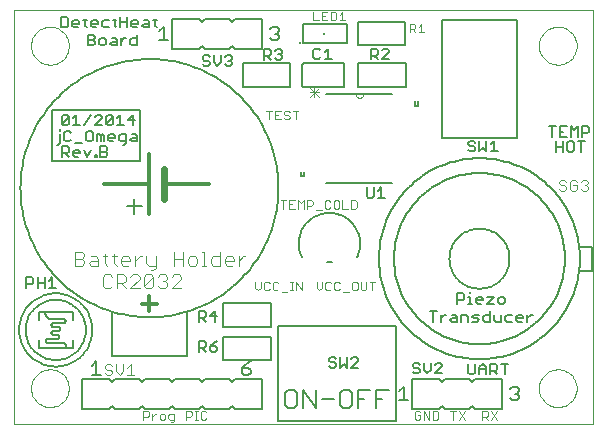
<source format=gto>
G75*
%MOIN*%
%OFA0B0*%
%FSLAX24Y24*%
%IPPOS*%
%LPD*%
%AMOC8*
5,1,8,0,0,1.08239X$1,22.5*
%
%ADD10C,0.0000*%
%ADD11C,0.0050*%
%ADD12C,0.0040*%
%ADD13C,0.0061*%
%ADD14C,0.0060*%
%ADD15C,0.0063*%
%ADD16C,0.0030*%
%ADD17C,0.0120*%
%ADD18C,0.0240*%
%ADD19R,0.0079X0.0079*%
%ADD20C,0.0080*%
D10*
X000100Y000550D02*
X000100Y014330D01*
X019391Y014330D01*
X019391Y000550D01*
X000100Y000550D01*
X000651Y001731D02*
X000653Y001781D01*
X000659Y001831D01*
X000669Y001880D01*
X000683Y001928D01*
X000700Y001975D01*
X000721Y002020D01*
X000746Y002064D01*
X000774Y002105D01*
X000806Y002144D01*
X000840Y002181D01*
X000877Y002215D01*
X000917Y002245D01*
X000959Y002272D01*
X001003Y002296D01*
X001049Y002317D01*
X001096Y002333D01*
X001144Y002346D01*
X001194Y002355D01*
X001243Y002360D01*
X001294Y002361D01*
X001344Y002358D01*
X001393Y002351D01*
X001442Y002340D01*
X001490Y002325D01*
X001536Y002307D01*
X001581Y002285D01*
X001624Y002259D01*
X001665Y002230D01*
X001704Y002198D01*
X001740Y002163D01*
X001772Y002125D01*
X001802Y002085D01*
X001829Y002042D01*
X001852Y001998D01*
X001871Y001952D01*
X001887Y001904D01*
X001899Y001855D01*
X001907Y001806D01*
X001911Y001756D01*
X001911Y001706D01*
X001907Y001656D01*
X001899Y001607D01*
X001887Y001558D01*
X001871Y001510D01*
X001852Y001464D01*
X001829Y001420D01*
X001802Y001377D01*
X001772Y001337D01*
X001740Y001299D01*
X001704Y001264D01*
X001665Y001232D01*
X001624Y001203D01*
X001581Y001177D01*
X001536Y001155D01*
X001490Y001137D01*
X001442Y001122D01*
X001393Y001111D01*
X001344Y001104D01*
X001294Y001101D01*
X001243Y001102D01*
X001194Y001107D01*
X001144Y001116D01*
X001096Y001129D01*
X001049Y001145D01*
X001003Y001166D01*
X000959Y001190D01*
X000917Y001217D01*
X000877Y001247D01*
X000840Y001281D01*
X000806Y001318D01*
X000774Y001357D01*
X000746Y001398D01*
X000721Y001442D01*
X000700Y001487D01*
X000683Y001534D01*
X000669Y001582D01*
X000659Y001631D01*
X000653Y001681D01*
X000651Y001731D01*
X011480Y011530D02*
X011482Y011509D01*
X011487Y011489D01*
X011496Y011470D01*
X011508Y011453D01*
X011523Y011438D01*
X011540Y011426D01*
X011559Y011417D01*
X011579Y011412D01*
X011600Y011410D01*
X011621Y011412D01*
X011641Y011417D01*
X011660Y011426D01*
X011677Y011438D01*
X011692Y011453D01*
X011704Y011470D01*
X011713Y011489D01*
X011718Y011509D01*
X011720Y011530D01*
X017580Y013148D02*
X017582Y013198D01*
X017588Y013248D01*
X017598Y013297D01*
X017612Y013345D01*
X017629Y013392D01*
X017650Y013437D01*
X017675Y013481D01*
X017703Y013522D01*
X017735Y013561D01*
X017769Y013598D01*
X017806Y013632D01*
X017846Y013662D01*
X017888Y013689D01*
X017932Y013713D01*
X017978Y013734D01*
X018025Y013750D01*
X018073Y013763D01*
X018123Y013772D01*
X018172Y013777D01*
X018223Y013778D01*
X018273Y013775D01*
X018322Y013768D01*
X018371Y013757D01*
X018419Y013742D01*
X018465Y013724D01*
X018510Y013702D01*
X018553Y013676D01*
X018594Y013647D01*
X018633Y013615D01*
X018669Y013580D01*
X018701Y013542D01*
X018731Y013502D01*
X018758Y013459D01*
X018781Y013415D01*
X018800Y013369D01*
X018816Y013321D01*
X018828Y013272D01*
X018836Y013223D01*
X018840Y013173D01*
X018840Y013123D01*
X018836Y013073D01*
X018828Y013024D01*
X018816Y012975D01*
X018800Y012927D01*
X018781Y012881D01*
X018758Y012837D01*
X018731Y012794D01*
X018701Y012754D01*
X018669Y012716D01*
X018633Y012681D01*
X018594Y012649D01*
X018553Y012620D01*
X018510Y012594D01*
X018465Y012572D01*
X018419Y012554D01*
X018371Y012539D01*
X018322Y012528D01*
X018273Y012521D01*
X018223Y012518D01*
X018172Y012519D01*
X018123Y012524D01*
X018073Y012533D01*
X018025Y012546D01*
X017978Y012562D01*
X017932Y012583D01*
X017888Y012607D01*
X017846Y012634D01*
X017806Y012664D01*
X017769Y012698D01*
X017735Y012735D01*
X017703Y012774D01*
X017675Y012815D01*
X017650Y012859D01*
X017629Y012904D01*
X017612Y012951D01*
X017598Y012999D01*
X017588Y013048D01*
X017582Y013098D01*
X017580Y013148D01*
X017580Y001731D02*
X017582Y001781D01*
X017588Y001831D01*
X017598Y001880D01*
X017612Y001928D01*
X017629Y001975D01*
X017650Y002020D01*
X017675Y002064D01*
X017703Y002105D01*
X017735Y002144D01*
X017769Y002181D01*
X017806Y002215D01*
X017846Y002245D01*
X017888Y002272D01*
X017932Y002296D01*
X017978Y002317D01*
X018025Y002333D01*
X018073Y002346D01*
X018123Y002355D01*
X018172Y002360D01*
X018223Y002361D01*
X018273Y002358D01*
X018322Y002351D01*
X018371Y002340D01*
X018419Y002325D01*
X018465Y002307D01*
X018510Y002285D01*
X018553Y002259D01*
X018594Y002230D01*
X018633Y002198D01*
X018669Y002163D01*
X018701Y002125D01*
X018731Y002085D01*
X018758Y002042D01*
X018781Y001998D01*
X018800Y001952D01*
X018816Y001904D01*
X018828Y001855D01*
X018836Y001806D01*
X018840Y001756D01*
X018840Y001706D01*
X018836Y001656D01*
X018828Y001607D01*
X018816Y001558D01*
X018800Y001510D01*
X018781Y001464D01*
X018758Y001420D01*
X018731Y001377D01*
X018701Y001337D01*
X018669Y001299D01*
X018633Y001264D01*
X018594Y001232D01*
X018553Y001203D01*
X018510Y001177D01*
X018465Y001155D01*
X018419Y001137D01*
X018371Y001122D01*
X018322Y001111D01*
X018273Y001104D01*
X018223Y001101D01*
X018172Y001102D01*
X018123Y001107D01*
X018073Y001116D01*
X018025Y001129D01*
X017978Y001145D01*
X017932Y001166D01*
X017888Y001190D01*
X017846Y001217D01*
X017806Y001247D01*
X017769Y001281D01*
X017735Y001318D01*
X017703Y001357D01*
X017675Y001398D01*
X017650Y001442D01*
X017629Y001487D01*
X017612Y001534D01*
X017598Y001582D01*
X017588Y001631D01*
X017582Y001681D01*
X017580Y001731D01*
X000651Y013148D02*
X000653Y013198D01*
X000659Y013248D01*
X000669Y013297D01*
X000683Y013345D01*
X000700Y013392D01*
X000721Y013437D01*
X000746Y013481D01*
X000774Y013522D01*
X000806Y013561D01*
X000840Y013598D01*
X000877Y013632D01*
X000917Y013662D01*
X000959Y013689D01*
X001003Y013713D01*
X001049Y013734D01*
X001096Y013750D01*
X001144Y013763D01*
X001194Y013772D01*
X001243Y013777D01*
X001294Y013778D01*
X001344Y013775D01*
X001393Y013768D01*
X001442Y013757D01*
X001490Y013742D01*
X001536Y013724D01*
X001581Y013702D01*
X001624Y013676D01*
X001665Y013647D01*
X001704Y013615D01*
X001740Y013580D01*
X001772Y013542D01*
X001802Y013502D01*
X001829Y013459D01*
X001852Y013415D01*
X001871Y013369D01*
X001887Y013321D01*
X001899Y013272D01*
X001907Y013223D01*
X001911Y013173D01*
X001911Y013123D01*
X001907Y013073D01*
X001899Y013024D01*
X001887Y012975D01*
X001871Y012927D01*
X001852Y012881D01*
X001829Y012837D01*
X001802Y012794D01*
X001772Y012754D01*
X001740Y012716D01*
X001704Y012681D01*
X001665Y012649D01*
X001624Y012620D01*
X001581Y012594D01*
X001536Y012572D01*
X001490Y012554D01*
X001442Y012539D01*
X001393Y012528D01*
X001344Y012521D01*
X001294Y012518D01*
X001243Y012519D01*
X001194Y012524D01*
X001144Y012533D01*
X001096Y012546D01*
X001049Y012562D01*
X001003Y012583D01*
X000959Y012607D01*
X000917Y012634D01*
X000877Y012664D01*
X000840Y012698D01*
X000806Y012735D01*
X000774Y012774D01*
X000746Y012815D01*
X000721Y012859D01*
X000700Y012904D01*
X000683Y012951D01*
X000669Y012999D01*
X000659Y013048D01*
X000653Y013098D01*
X000651Y013148D01*
D11*
X001660Y013757D02*
X001835Y013757D01*
X001894Y013815D01*
X001894Y014049D01*
X001835Y014107D01*
X001660Y014107D01*
X001660Y013757D01*
X002028Y013815D02*
X002028Y013932D01*
X002087Y013990D01*
X002204Y013990D01*
X002262Y013932D01*
X002262Y013874D01*
X002028Y013874D01*
X002028Y013815D02*
X002087Y013757D01*
X002204Y013757D01*
X002455Y013815D02*
X002455Y014049D01*
X002397Y013990D02*
X002514Y013990D01*
X002642Y013932D02*
X002642Y013815D01*
X002701Y013757D01*
X002817Y013757D01*
X002876Y013874D02*
X002642Y013874D01*
X002642Y013932D02*
X002701Y013990D01*
X002817Y013990D01*
X002876Y013932D01*
X002876Y013874D01*
X003011Y013932D02*
X003011Y013815D01*
X003069Y013757D01*
X003244Y013757D01*
X003437Y013815D02*
X003437Y014049D01*
X003379Y013990D02*
X003496Y013990D01*
X003625Y013932D02*
X003858Y013932D01*
X003993Y013932D02*
X004051Y013990D01*
X004168Y013990D01*
X004226Y013932D01*
X004226Y013874D01*
X003993Y013874D01*
X003993Y013932D02*
X003993Y013815D01*
X004051Y013757D01*
X004168Y013757D01*
X004361Y013815D02*
X004420Y013874D01*
X004595Y013874D01*
X004595Y013932D02*
X004595Y013757D01*
X004420Y013757D01*
X004361Y013815D01*
X004420Y013990D02*
X004536Y013990D01*
X004595Y013932D01*
X004729Y013990D02*
X004846Y013990D01*
X004788Y014049D02*
X004788Y013815D01*
X004846Y013757D01*
X004925Y013625D02*
X005075Y013775D01*
X005075Y013325D01*
X004925Y013325D02*
X005225Y013325D01*
X004190Y013390D02*
X004015Y013390D01*
X003957Y013332D01*
X003957Y013215D01*
X004015Y013157D01*
X004190Y013157D01*
X004190Y013507D01*
X003825Y013390D02*
X003767Y013390D01*
X003650Y013274D01*
X003650Y013390D02*
X003650Y013157D01*
X003515Y013157D02*
X003340Y013157D01*
X003281Y013215D01*
X003340Y013274D01*
X003515Y013274D01*
X003515Y013332D02*
X003515Y013157D01*
X003515Y013332D02*
X003457Y013390D01*
X003340Y013390D01*
X003147Y013332D02*
X003088Y013390D01*
X002972Y013390D01*
X002913Y013332D01*
X002913Y013215D01*
X002972Y013157D01*
X003088Y013157D01*
X003147Y013215D01*
X003147Y013332D01*
X002778Y013274D02*
X002778Y013215D01*
X002720Y013157D01*
X002545Y013157D01*
X002545Y013507D01*
X002720Y013507D01*
X002778Y013449D01*
X002778Y013390D01*
X002720Y013332D01*
X002545Y013332D01*
X002720Y013332D02*
X002778Y013274D01*
X002514Y013757D02*
X002455Y013815D01*
X003011Y013932D02*
X003069Y013990D01*
X003244Y013990D01*
X003437Y013815D02*
X003496Y013757D01*
X003625Y013757D02*
X003625Y014107D01*
X003858Y014107D02*
X003858Y013757D01*
X006375Y012767D02*
X006375Y012709D01*
X006433Y012650D01*
X006550Y012650D01*
X006609Y012592D01*
X006609Y012533D01*
X006550Y012475D01*
X006433Y012475D01*
X006375Y012533D01*
X006375Y012767D02*
X006433Y012825D01*
X006550Y012825D01*
X006609Y012767D01*
X006743Y012825D02*
X006743Y012592D01*
X006860Y012475D01*
X006977Y012592D01*
X006977Y012825D01*
X007112Y012767D02*
X007170Y012825D01*
X007287Y012825D01*
X007345Y012767D01*
X007345Y012709D01*
X007287Y012650D01*
X007345Y012592D01*
X007345Y012533D01*
X007287Y012475D01*
X007170Y012475D01*
X007112Y012533D01*
X007228Y012650D02*
X007287Y012650D01*
X007701Y012557D02*
X007701Y011769D01*
X009276Y011769D01*
X009276Y012557D01*
X007701Y012557D01*
X008414Y012681D02*
X008414Y013032D01*
X008589Y013032D01*
X008647Y012973D01*
X008647Y012856D01*
X008589Y012798D01*
X008414Y012798D01*
X008531Y012798D02*
X008647Y012681D01*
X008782Y012740D02*
X008840Y012681D01*
X008957Y012681D01*
X009016Y012740D01*
X009016Y012798D01*
X008957Y012856D01*
X008899Y012856D01*
X008957Y012856D02*
X009016Y012915D01*
X009016Y012973D01*
X008957Y013032D01*
X008840Y013032D01*
X008782Y012973D01*
X008850Y013325D02*
X008700Y013325D01*
X008625Y013400D01*
X008775Y013550D02*
X008850Y013550D01*
X008925Y013475D01*
X008925Y013400D01*
X008850Y013325D01*
X008850Y013550D02*
X008925Y013625D01*
X008925Y013700D01*
X008850Y013775D01*
X008700Y013775D01*
X008625Y013700D01*
X009724Y013878D02*
X009724Y013222D01*
X011198Y013222D01*
X011198Y013878D01*
X009724Y013878D01*
X010125Y013050D02*
X010066Y012992D01*
X010066Y012758D01*
X010125Y012700D01*
X010241Y012700D01*
X010300Y012758D01*
X010435Y012700D02*
X010668Y012700D01*
X010551Y012700D02*
X010551Y013050D01*
X010435Y012934D01*
X010300Y012992D02*
X010241Y013050D01*
X010125Y013050D01*
X009761Y012569D02*
X011061Y012569D01*
X011061Y012568D02*
X011071Y012567D01*
X011081Y012563D01*
X011089Y012557D01*
X011095Y012549D01*
X011099Y012539D01*
X011100Y012529D01*
X011100Y011821D01*
X011099Y011811D01*
X011095Y011802D01*
X011089Y011793D01*
X011081Y011787D01*
X011071Y011783D01*
X011061Y011782D01*
X011061Y011781D02*
X009761Y011781D01*
X009746Y011783D01*
X009731Y011787D01*
X009717Y011794D01*
X009705Y011804D01*
X009695Y011816D01*
X009688Y011830D01*
X009684Y011845D01*
X009682Y011860D01*
X009683Y011860D02*
X009683Y012490D01*
X009682Y012490D02*
X009684Y012505D01*
X009688Y012520D01*
X009695Y012534D01*
X009705Y012546D01*
X009717Y012556D01*
X009731Y012563D01*
X009746Y012567D01*
X009761Y012569D01*
X011563Y012569D02*
X011563Y011781D01*
X013137Y011781D01*
X013137Y012569D01*
X011563Y012569D01*
X011975Y012700D02*
X011975Y013050D01*
X012150Y013050D01*
X012209Y012992D01*
X012209Y012875D01*
X012150Y012817D01*
X011975Y012817D01*
X012092Y012817D02*
X012209Y012700D01*
X012343Y012700D02*
X012577Y012934D01*
X012577Y012992D01*
X012518Y013050D01*
X012402Y013050D01*
X012343Y012992D01*
X012343Y012700D02*
X012577Y012700D01*
X013110Y013156D02*
X013110Y013944D01*
X011535Y013944D01*
X011535Y013156D01*
X013110Y013156D01*
X014340Y014019D02*
X014340Y010081D01*
X016860Y010081D01*
X016860Y014019D01*
X014340Y014019D01*
X017902Y010457D02*
X018135Y010457D01*
X018019Y010457D02*
X018019Y010107D01*
X018145Y009957D02*
X018145Y009607D01*
X018145Y009782D02*
X018379Y009782D01*
X018379Y009957D02*
X018379Y009607D01*
X018513Y009665D02*
X018572Y009607D01*
X018689Y009607D01*
X018747Y009665D01*
X018747Y009899D01*
X018689Y009957D01*
X018572Y009957D01*
X018513Y009899D01*
X018513Y009665D01*
X018882Y009957D02*
X019115Y009957D01*
X018998Y009957D02*
X018998Y009607D01*
X019007Y010107D02*
X019007Y010457D01*
X019182Y010457D01*
X019240Y010399D01*
X019240Y010282D01*
X019182Y010224D01*
X019007Y010224D01*
X018872Y010107D02*
X018872Y010457D01*
X018755Y010340D01*
X018638Y010457D01*
X018638Y010107D01*
X018504Y010107D02*
X018270Y010107D01*
X018270Y010457D01*
X018504Y010457D01*
X018387Y010282D02*
X018270Y010282D01*
X016202Y009627D02*
X015969Y009627D01*
X016085Y009627D02*
X016085Y009977D01*
X015969Y009860D01*
X015834Y009977D02*
X015834Y009627D01*
X015717Y009743D01*
X015600Y009627D01*
X015600Y009977D01*
X015466Y009919D02*
X015407Y009977D01*
X015290Y009977D01*
X015232Y009919D01*
X015232Y009860D01*
X015290Y009802D01*
X015407Y009802D01*
X015466Y009743D01*
X015466Y009685D01*
X015407Y009627D01*
X015290Y009627D01*
X015232Y009685D01*
X012437Y008085D02*
X012203Y008085D01*
X012320Y008085D02*
X012320Y008435D01*
X012203Y008319D01*
X012069Y008435D02*
X012069Y008143D01*
X012010Y008085D01*
X011893Y008085D01*
X011835Y008143D01*
X011835Y008435D01*
X014866Y004893D02*
X015041Y004893D01*
X015099Y004835D01*
X015099Y004718D01*
X015041Y004660D01*
X014866Y004660D01*
X014866Y004543D02*
X014866Y004893D01*
X015234Y004777D02*
X015292Y004777D01*
X015292Y004543D01*
X015234Y004543D02*
X015351Y004543D01*
X015479Y004601D02*
X015538Y004543D01*
X015655Y004543D01*
X015713Y004660D02*
X015479Y004660D01*
X015479Y004718D02*
X015538Y004777D01*
X015655Y004777D01*
X015713Y004718D01*
X015713Y004660D01*
X015848Y004777D02*
X016081Y004777D01*
X015848Y004543D01*
X016081Y004543D01*
X016216Y004601D02*
X016274Y004543D01*
X016391Y004543D01*
X016450Y004601D01*
X016450Y004718D01*
X016391Y004777D01*
X016274Y004777D01*
X016216Y004718D01*
X016216Y004601D01*
X015959Y004293D02*
X015959Y003943D01*
X015783Y003943D01*
X015725Y004001D01*
X015725Y004118D01*
X015783Y004177D01*
X015959Y004177D01*
X016093Y004177D02*
X016093Y004001D01*
X016152Y003943D01*
X016327Y003943D01*
X016327Y004177D01*
X016462Y004118D02*
X016462Y004001D01*
X016520Y003943D01*
X016695Y003943D01*
X016830Y004001D02*
X016830Y004118D01*
X016888Y004177D01*
X017005Y004177D01*
X017063Y004118D01*
X017063Y004060D01*
X016830Y004060D01*
X016830Y004001D02*
X016888Y003943D01*
X017005Y003943D01*
X017198Y003943D02*
X017198Y004177D01*
X017198Y004060D02*
X017315Y004177D01*
X017373Y004177D01*
X016695Y004177D02*
X016520Y004177D01*
X016462Y004118D01*
X015590Y004177D02*
X015415Y004177D01*
X015357Y004118D01*
X015415Y004060D01*
X015532Y004060D01*
X015590Y004001D01*
X015532Y003943D01*
X015357Y003943D01*
X015222Y003943D02*
X015222Y004118D01*
X015164Y004177D01*
X014988Y004177D01*
X014988Y003943D01*
X014854Y003943D02*
X014854Y004118D01*
X014795Y004177D01*
X014678Y004177D01*
X014678Y004060D02*
X014854Y004060D01*
X014854Y003943D02*
X014678Y003943D01*
X014620Y004001D01*
X014678Y004060D01*
X014488Y004177D02*
X014430Y004177D01*
X014313Y004060D01*
X014313Y003943D02*
X014313Y004177D01*
X014178Y004293D02*
X013945Y004293D01*
X014062Y004293D02*
X014062Y003943D01*
X015292Y004893D02*
X015292Y004952D01*
X015479Y004718D02*
X015479Y004601D01*
X015459Y002543D02*
X015459Y002251D01*
X015400Y002193D01*
X015283Y002193D01*
X015225Y002251D01*
X015225Y002543D01*
X015593Y002427D02*
X015593Y002193D01*
X015593Y002368D02*
X015827Y002368D01*
X015827Y002427D02*
X015827Y002193D01*
X015962Y002193D02*
X015962Y002543D01*
X016137Y002543D01*
X016195Y002485D01*
X016195Y002368D01*
X016137Y002310D01*
X015962Y002310D01*
X016078Y002310D02*
X016195Y002193D01*
X016447Y002193D02*
X016447Y002543D01*
X016563Y002543D02*
X016330Y002543D01*
X015827Y002427D02*
X015710Y002543D01*
X015593Y002427D01*
X016625Y001700D02*
X016700Y001775D01*
X016850Y001775D01*
X016925Y001700D01*
X016925Y001625D01*
X016850Y001550D01*
X016925Y001475D01*
X016925Y001400D01*
X016850Y001325D01*
X016700Y001325D01*
X016625Y001400D01*
X016775Y001550D02*
X016850Y001550D01*
X014345Y002225D02*
X014112Y002225D01*
X014345Y002459D01*
X014345Y002517D01*
X014287Y002575D01*
X014170Y002575D01*
X014112Y002517D01*
X013977Y002575D02*
X013977Y002342D01*
X013860Y002225D01*
X013743Y002342D01*
X013743Y002575D01*
X013609Y002517D02*
X013550Y002575D01*
X013433Y002575D01*
X013375Y002517D01*
X013375Y002459D01*
X013433Y002400D01*
X013550Y002400D01*
X013609Y002342D01*
X013609Y002283D01*
X013550Y002225D01*
X013433Y002225D01*
X013375Y002283D01*
X013075Y001775D02*
X013075Y001325D01*
X012925Y001325D02*
X013225Y001325D01*
X012925Y001625D02*
X013075Y001775D01*
X012571Y001686D02*
X012164Y001686D01*
X012164Y001075D01*
X012164Y001380D02*
X012367Y001380D01*
X011963Y001686D02*
X011556Y001686D01*
X011556Y001075D01*
X011355Y001177D02*
X011355Y001584D01*
X011253Y001686D01*
X011050Y001686D01*
X010948Y001584D01*
X010948Y001177D01*
X011050Y001075D01*
X011253Y001075D01*
X011355Y001177D01*
X011556Y001380D02*
X011759Y001380D01*
X010747Y001380D02*
X010340Y001380D01*
X010140Y001075D02*
X010140Y001686D01*
X009733Y001686D02*
X010140Y001075D01*
X009733Y001075D02*
X009733Y001686D01*
X009532Y001584D02*
X009430Y001686D01*
X009227Y001686D01*
X009125Y001584D01*
X009125Y001177D01*
X009227Y001075D01*
X009430Y001075D01*
X009532Y001177D01*
X009532Y001584D01*
X008881Y000623D02*
X008881Y003792D01*
X012819Y003792D01*
X012819Y000623D01*
X008881Y000623D01*
X007900Y002175D02*
X007750Y002175D01*
X007675Y002250D01*
X007675Y002400D01*
X007900Y002400D01*
X007975Y002325D01*
X007975Y002250D01*
X007900Y002175D01*
X007675Y002400D02*
X007825Y002550D01*
X007975Y002625D01*
X008637Y002656D02*
X008637Y003444D01*
X007063Y003444D01*
X007063Y002656D01*
X008637Y002656D01*
X008637Y003781D02*
X007063Y003781D01*
X007063Y004569D01*
X008637Y004569D01*
X008637Y003781D01*
X006852Y004125D02*
X006618Y004125D01*
X006793Y004300D01*
X006793Y003950D01*
X006484Y003950D02*
X006367Y004067D01*
X006425Y004067D02*
X006250Y004067D01*
X006250Y003950D02*
X006250Y004300D01*
X006425Y004300D01*
X006484Y004242D01*
X006484Y004125D01*
X006425Y004067D01*
X005850Y004300D02*
X005850Y002800D01*
X003350Y002800D01*
X003350Y004300D01*
X002825Y002625D02*
X002825Y002175D01*
X002675Y002175D02*
X002975Y002175D01*
X002675Y002475D02*
X002825Y002625D01*
X001470Y005075D02*
X001237Y005075D01*
X001353Y005075D02*
X001353Y005425D01*
X001237Y005309D01*
X001102Y005250D02*
X000868Y005250D01*
X000734Y005250D02*
X000734Y005367D01*
X000675Y005425D01*
X000500Y005425D01*
X000500Y005075D01*
X000500Y005192D02*
X000675Y005192D01*
X000734Y005250D01*
X000868Y005075D02*
X000868Y005425D01*
X001102Y005425D02*
X001102Y005075D01*
X003850Y007800D02*
X004350Y007800D01*
X004100Y008050D02*
X004100Y007550D01*
X000300Y008400D02*
X000302Y008531D01*
X000308Y008661D01*
X000318Y008791D01*
X000332Y008921D01*
X000349Y009050D01*
X000371Y009179D01*
X000397Y009307D01*
X000426Y009434D01*
X000459Y009560D01*
X000497Y009685D01*
X000537Y009809D01*
X000582Y009932D01*
X000630Y010053D01*
X000682Y010173D01*
X000738Y010291D01*
X000797Y010407D01*
X000860Y010522D01*
X000926Y010634D01*
X000995Y010745D01*
X001068Y010853D01*
X001144Y010959D01*
X001224Y011063D01*
X001306Y011164D01*
X001391Y011263D01*
X001480Y011359D01*
X001571Y011452D01*
X001665Y011543D01*
X001762Y011630D01*
X001861Y011715D01*
X001963Y011796D01*
X002067Y011875D01*
X002174Y011950D01*
X002283Y012022D01*
X002394Y012091D01*
X002507Y012156D01*
X002622Y012218D01*
X002739Y012276D01*
X002857Y012331D01*
X002977Y012382D01*
X003099Y012429D01*
X003222Y012473D01*
X003346Y012513D01*
X003471Y012549D01*
X003598Y012582D01*
X003725Y012610D01*
X003853Y012635D01*
X003982Y012655D01*
X004112Y012672D01*
X004241Y012685D01*
X004372Y012694D01*
X004502Y012699D01*
X004633Y012700D01*
X004763Y012697D01*
X004893Y012690D01*
X005024Y012679D01*
X005153Y012664D01*
X005282Y012646D01*
X005411Y012623D01*
X005539Y012596D01*
X005666Y012566D01*
X005792Y012532D01*
X005916Y012494D01*
X006040Y012452D01*
X006162Y012406D01*
X006283Y012357D01*
X006402Y012304D01*
X006520Y012247D01*
X006636Y012187D01*
X006750Y012124D01*
X006862Y012057D01*
X006972Y011987D01*
X007080Y011913D01*
X007185Y011836D01*
X007288Y011756D01*
X007389Y011673D01*
X007487Y011587D01*
X007582Y011498D01*
X007675Y011406D01*
X007765Y011311D01*
X007852Y011214D01*
X007936Y011114D01*
X008016Y011011D01*
X008094Y010906D01*
X008169Y010799D01*
X008240Y010690D01*
X008307Y010578D01*
X008372Y010465D01*
X008433Y010349D01*
X008490Y010232D01*
X008544Y010113D01*
X008594Y009993D01*
X008641Y009871D01*
X008683Y009747D01*
X008722Y009623D01*
X008758Y009497D01*
X008789Y009370D01*
X008817Y009243D01*
X008840Y009115D01*
X008860Y008986D01*
X008876Y008856D01*
X008888Y008726D01*
X008896Y008596D01*
X008900Y008465D01*
X008900Y008335D01*
X008896Y008204D01*
X008888Y008074D01*
X008876Y007944D01*
X008860Y007814D01*
X008840Y007685D01*
X008817Y007557D01*
X008789Y007430D01*
X008758Y007303D01*
X008722Y007177D01*
X008683Y007053D01*
X008641Y006929D01*
X008594Y006807D01*
X008544Y006687D01*
X008490Y006568D01*
X008433Y006451D01*
X008372Y006335D01*
X008307Y006222D01*
X008240Y006110D01*
X008169Y006001D01*
X008094Y005894D01*
X008016Y005789D01*
X007936Y005686D01*
X007852Y005586D01*
X007765Y005489D01*
X007675Y005394D01*
X007582Y005302D01*
X007487Y005213D01*
X007389Y005127D01*
X007288Y005044D01*
X007185Y004964D01*
X007080Y004887D01*
X006972Y004813D01*
X006862Y004743D01*
X006750Y004676D01*
X006636Y004613D01*
X006520Y004553D01*
X006402Y004496D01*
X006283Y004443D01*
X006162Y004394D01*
X006040Y004348D01*
X005916Y004306D01*
X005792Y004268D01*
X005666Y004234D01*
X005539Y004204D01*
X005411Y004177D01*
X005282Y004154D01*
X005153Y004136D01*
X005024Y004121D01*
X004893Y004110D01*
X004763Y004103D01*
X004633Y004100D01*
X004502Y004101D01*
X004372Y004106D01*
X004241Y004115D01*
X004112Y004128D01*
X003982Y004145D01*
X003853Y004165D01*
X003725Y004190D01*
X003598Y004218D01*
X003471Y004251D01*
X003346Y004287D01*
X003222Y004327D01*
X003099Y004371D01*
X002977Y004418D01*
X002857Y004469D01*
X002739Y004524D01*
X002622Y004582D01*
X002507Y004644D01*
X002394Y004709D01*
X002283Y004778D01*
X002174Y004850D01*
X002067Y004925D01*
X001963Y005004D01*
X001861Y005085D01*
X001762Y005170D01*
X001665Y005257D01*
X001571Y005348D01*
X001480Y005441D01*
X001391Y005537D01*
X001306Y005636D01*
X001224Y005737D01*
X001144Y005841D01*
X001068Y005947D01*
X000995Y006055D01*
X000926Y006166D01*
X000860Y006278D01*
X000797Y006393D01*
X000738Y006509D01*
X000682Y006627D01*
X000630Y006747D01*
X000582Y006868D01*
X000537Y006991D01*
X000497Y007115D01*
X000459Y007240D01*
X000426Y007366D01*
X000397Y007493D01*
X000371Y007621D01*
X000349Y007750D01*
X000332Y007879D01*
X000318Y008009D01*
X000308Y008139D01*
X000302Y008269D01*
X000300Y008400D01*
X001675Y009443D02*
X001675Y009793D01*
X001850Y009793D01*
X001909Y009735D01*
X001909Y009618D01*
X001850Y009560D01*
X001675Y009560D01*
X001792Y009560D02*
X001909Y009443D01*
X002043Y009501D02*
X002043Y009618D01*
X002102Y009677D01*
X002218Y009677D01*
X002277Y009618D01*
X002277Y009560D01*
X002043Y009560D01*
X002043Y009501D02*
X002102Y009443D01*
X002218Y009443D01*
X002412Y009677D02*
X002528Y009443D01*
X002645Y009677D01*
X002780Y009501D02*
X002838Y009501D01*
X002838Y009443D01*
X002780Y009443D01*
X002780Y009501D01*
X002964Y009443D02*
X003139Y009443D01*
X003198Y009501D01*
X003198Y009560D01*
X003139Y009618D01*
X002964Y009618D01*
X002964Y009443D02*
X002964Y009793D01*
X003139Y009793D01*
X003198Y009735D01*
X003198Y009677D01*
X003139Y009618D01*
X003085Y009957D02*
X003085Y010132D01*
X003027Y010190D01*
X002969Y010132D01*
X002969Y009957D01*
X002852Y009957D02*
X002852Y010190D01*
X002910Y010190D01*
X002969Y010132D01*
X002717Y010015D02*
X002717Y010249D01*
X002659Y010307D01*
X002542Y010307D01*
X002483Y010249D01*
X002483Y010015D01*
X002542Y009957D01*
X002659Y009957D01*
X002717Y010015D01*
X002349Y009899D02*
X002115Y009899D01*
X001980Y010015D02*
X001922Y009957D01*
X001805Y009957D01*
X001747Y010015D01*
X001747Y010249D01*
X001805Y010307D01*
X001922Y010307D01*
X001980Y010249D01*
X002043Y010493D02*
X002277Y010493D01*
X002160Y010493D02*
X002160Y010843D01*
X002043Y010727D01*
X001909Y010785D02*
X001909Y010551D01*
X001850Y010493D01*
X001733Y010493D01*
X001675Y010551D01*
X001909Y010785D01*
X001850Y010843D01*
X001733Y010843D01*
X001675Y010785D01*
X001675Y010551D01*
X001618Y010366D02*
X001618Y010307D01*
X001618Y010190D02*
X001618Y009899D01*
X001560Y009840D01*
X001501Y009840D01*
X002412Y010493D02*
X002645Y010843D01*
X002780Y010785D02*
X002838Y010843D01*
X002955Y010843D01*
X003013Y010785D01*
X003013Y010727D01*
X002780Y010493D01*
X003013Y010493D01*
X003148Y010551D02*
X003382Y010785D01*
X003382Y010551D01*
X003323Y010493D01*
X003207Y010493D01*
X003148Y010551D01*
X003148Y010785D01*
X003207Y010843D01*
X003323Y010843D01*
X003382Y010785D01*
X003517Y010727D02*
X003633Y010843D01*
X003633Y010493D01*
X003517Y010493D02*
X003750Y010493D01*
X003885Y010668D02*
X004118Y010668D01*
X004060Y010493D02*
X004060Y010843D01*
X003885Y010668D01*
X003822Y010190D02*
X003647Y010190D01*
X003588Y010132D01*
X003588Y010015D01*
X003647Y009957D01*
X003822Y009957D01*
X003822Y009899D02*
X003822Y010190D01*
X004015Y010190D02*
X004132Y010190D01*
X004190Y010132D01*
X004190Y009957D01*
X004015Y009957D01*
X003957Y010015D01*
X004015Y010074D01*
X004190Y010074D01*
X003822Y009899D02*
X003764Y009840D01*
X003705Y009840D01*
X003454Y010074D02*
X003220Y010074D01*
X003220Y010132D02*
X003220Y010015D01*
X003278Y009957D01*
X003395Y009957D01*
X003454Y010074D02*
X003454Y010132D01*
X003395Y010190D01*
X003278Y010190D01*
X003220Y010132D01*
X006250Y003300D02*
X006425Y003300D01*
X006484Y003242D01*
X006484Y003125D01*
X006425Y003067D01*
X006250Y003067D01*
X006367Y003067D02*
X006484Y002950D01*
X006618Y003008D02*
X006618Y003125D01*
X006793Y003125D01*
X006852Y003067D01*
X006852Y003008D01*
X006793Y002950D01*
X006677Y002950D01*
X006618Y003008D01*
X006618Y003125D02*
X006735Y003242D01*
X006852Y003300D01*
X006250Y003300D02*
X006250Y002950D01*
D12*
X006207Y000968D02*
X006114Y000968D01*
X006161Y000968D02*
X006161Y000688D01*
X006207Y000688D02*
X006114Y000688D01*
X006006Y000828D02*
X005959Y000782D01*
X005819Y000782D01*
X005819Y000688D02*
X005819Y000968D01*
X005959Y000968D01*
X006006Y000922D01*
X006006Y000828D01*
X006310Y000735D02*
X006357Y000688D01*
X006450Y000688D01*
X006497Y000735D01*
X006497Y000922D02*
X006450Y000968D01*
X006357Y000968D01*
X006310Y000922D01*
X006310Y000735D01*
X005417Y000688D02*
X005277Y000688D01*
X005230Y000735D01*
X005230Y000828D01*
X005277Y000875D01*
X005417Y000875D01*
X005417Y000641D01*
X005370Y000595D01*
X005323Y000595D01*
X005122Y000735D02*
X005122Y000828D01*
X005075Y000875D01*
X004982Y000875D01*
X004935Y000828D01*
X004935Y000735D01*
X004982Y000688D01*
X005075Y000688D01*
X005122Y000735D01*
X004830Y000875D02*
X004783Y000875D01*
X004690Y000782D01*
X004690Y000875D02*
X004690Y000688D01*
X004582Y000828D02*
X004535Y000782D01*
X004395Y000782D01*
X004395Y000688D02*
X004395Y000968D01*
X004535Y000968D01*
X004582Y000922D01*
X004582Y000828D01*
X004097Y002170D02*
X003857Y002170D01*
X003977Y002170D02*
X003977Y002530D01*
X003857Y002410D01*
X003729Y002290D02*
X003729Y002530D01*
X003729Y002290D02*
X003608Y002170D01*
X003488Y002290D01*
X003488Y002530D01*
X003360Y002470D02*
X003300Y002530D01*
X003180Y002530D01*
X003120Y002470D01*
X003120Y002410D01*
X003180Y002350D01*
X003300Y002350D01*
X003360Y002290D01*
X003360Y002230D01*
X003300Y002170D01*
X003180Y002170D01*
X003120Y002230D01*
X003118Y005070D02*
X003271Y005070D01*
X003348Y005147D01*
X003501Y005223D02*
X003731Y005223D01*
X003808Y005300D01*
X003808Y005454D01*
X003731Y005530D01*
X003501Y005530D01*
X003501Y005070D01*
X003655Y005223D02*
X003808Y005070D01*
X003962Y005070D02*
X004268Y005377D01*
X004268Y005454D01*
X004192Y005530D01*
X004038Y005530D01*
X003962Y005454D01*
X003885Y005820D02*
X003731Y005820D01*
X003655Y005897D01*
X003655Y006050D01*
X003731Y006127D01*
X003885Y006127D01*
X003962Y006050D01*
X003962Y005973D01*
X003655Y005973D01*
X003501Y005820D02*
X003424Y005897D01*
X003424Y006204D01*
X003348Y006127D02*
X003501Y006127D01*
X003194Y006127D02*
X003041Y006127D01*
X003118Y006204D02*
X003118Y005897D01*
X003194Y005820D01*
X003118Y005530D02*
X003041Y005454D01*
X003041Y005147D01*
X003118Y005070D01*
X003348Y005454D02*
X003271Y005530D01*
X003118Y005530D01*
X002887Y005820D02*
X002657Y005820D01*
X002580Y005897D01*
X002657Y005973D01*
X002887Y005973D01*
X002887Y006050D02*
X002887Y005820D01*
X002887Y006050D02*
X002811Y006127D01*
X002657Y006127D01*
X002427Y006127D02*
X002350Y006050D01*
X002120Y006050D01*
X002120Y005820D02*
X002350Y005820D01*
X002427Y005897D01*
X002427Y005973D01*
X002350Y006050D01*
X002427Y006127D02*
X002427Y006204D01*
X002350Y006280D01*
X002120Y006280D01*
X002120Y005820D01*
X003962Y005070D02*
X004268Y005070D01*
X004422Y005147D02*
X004729Y005454D01*
X004729Y005147D01*
X004652Y005070D01*
X004499Y005070D01*
X004422Y005147D01*
X004422Y005454D01*
X004499Y005530D01*
X004652Y005530D01*
X004729Y005454D01*
X004882Y005454D02*
X004959Y005530D01*
X005113Y005530D01*
X005189Y005454D01*
X005189Y005377D01*
X005113Y005300D01*
X005189Y005223D01*
X005189Y005147D01*
X005113Y005070D01*
X004959Y005070D01*
X004882Y005147D01*
X005036Y005300D02*
X005113Y005300D01*
X005343Y005454D02*
X005419Y005530D01*
X005573Y005530D01*
X005650Y005454D01*
X005650Y005377D01*
X005343Y005070D01*
X005650Y005070D01*
X005726Y005820D02*
X005726Y006280D01*
X005726Y006050D02*
X005419Y006050D01*
X005419Y005820D02*
X005419Y006280D01*
X005880Y006050D02*
X005880Y005897D01*
X005957Y005820D01*
X006110Y005820D01*
X006187Y005897D01*
X006187Y006050D01*
X006110Y006127D01*
X005957Y006127D01*
X005880Y006050D01*
X006340Y005820D02*
X006494Y005820D01*
X006417Y005820D02*
X006417Y006280D01*
X006340Y006280D01*
X006647Y006050D02*
X006647Y005897D01*
X006724Y005820D01*
X006954Y005820D01*
X006954Y006280D01*
X006954Y006127D02*
X006724Y006127D01*
X006647Y006050D01*
X007108Y006050D02*
X007108Y005897D01*
X007184Y005820D01*
X007338Y005820D01*
X007415Y005973D02*
X007108Y005973D01*
X007108Y006050D02*
X007184Y006127D01*
X007338Y006127D01*
X007415Y006050D01*
X007415Y005973D01*
X007568Y005973D02*
X007721Y006127D01*
X007798Y006127D01*
X007568Y006127D02*
X007568Y005820D01*
X008120Y005275D02*
X008120Y005088D01*
X008213Y004995D01*
X008307Y005088D01*
X008307Y005275D01*
X008415Y005229D02*
X008415Y005042D01*
X008461Y004995D01*
X008555Y004995D01*
X008601Y005042D01*
X008709Y005042D02*
X008756Y004995D01*
X008849Y004995D01*
X008896Y005042D01*
X009004Y004948D02*
X009191Y004948D01*
X009299Y004995D02*
X009392Y004995D01*
X009345Y004995D02*
X009345Y005275D01*
X009299Y005275D02*
X009392Y005275D01*
X009495Y005275D02*
X009682Y004995D01*
X009682Y005275D01*
X009495Y005275D02*
X009495Y004995D01*
X008896Y005229D02*
X008849Y005275D01*
X008756Y005275D01*
X008709Y005229D01*
X008709Y005042D01*
X008601Y005229D02*
X008555Y005275D01*
X008461Y005275D01*
X008415Y005229D01*
X010170Y005275D02*
X010170Y005088D01*
X010263Y004995D01*
X010357Y005088D01*
X010357Y005275D01*
X010465Y005229D02*
X010465Y005042D01*
X010511Y004995D01*
X010605Y004995D01*
X010651Y005042D01*
X010759Y005042D02*
X010806Y004995D01*
X010899Y004995D01*
X010946Y005042D01*
X011054Y004948D02*
X011241Y004948D01*
X011349Y005042D02*
X011395Y004995D01*
X011489Y004995D01*
X011535Y005042D01*
X011535Y005229D01*
X011489Y005275D01*
X011395Y005275D01*
X011349Y005229D01*
X011349Y005042D01*
X011643Y005042D02*
X011643Y005275D01*
X011830Y005275D02*
X011830Y005042D01*
X011783Y004995D01*
X011690Y004995D01*
X011643Y005042D01*
X011938Y005275D02*
X012125Y005275D01*
X012031Y005275D02*
X012031Y004995D01*
X010946Y005229D02*
X010899Y005275D01*
X010806Y005275D01*
X010759Y005229D01*
X010759Y005042D01*
X010651Y005229D02*
X010605Y005275D01*
X010511Y005275D01*
X010465Y005229D01*
X010335Y007673D02*
X010149Y007673D01*
X009994Y007813D02*
X010041Y007860D01*
X010041Y007954D01*
X009994Y008000D01*
X009854Y008000D01*
X009854Y007720D01*
X009854Y007813D02*
X009994Y007813D01*
X009746Y007720D02*
X009746Y008000D01*
X009653Y007907D01*
X009559Y008000D01*
X009559Y007720D01*
X009451Y007720D02*
X009265Y007720D01*
X009265Y008000D01*
X009451Y008000D01*
X009358Y007860D02*
X009265Y007860D01*
X009157Y008000D02*
X008970Y008000D01*
X009063Y008000D02*
X009063Y007720D01*
X010443Y007767D02*
X010490Y007720D01*
X010583Y007720D01*
X010630Y007767D01*
X010738Y007767D02*
X010738Y007954D01*
X010785Y008000D01*
X010878Y008000D01*
X010925Y007954D01*
X010925Y007767D01*
X010878Y007720D01*
X010785Y007720D01*
X010738Y007767D01*
X010630Y007954D02*
X010583Y008000D01*
X010490Y008000D01*
X010443Y007954D01*
X010443Y007767D01*
X011033Y007720D02*
X011219Y007720D01*
X011327Y007720D02*
X011327Y008000D01*
X011467Y008000D01*
X011514Y007954D01*
X011514Y007767D01*
X011467Y007720D01*
X011327Y007720D01*
X011033Y007720D02*
X011033Y008000D01*
X009472Y010695D02*
X009472Y010975D01*
X009379Y010975D02*
X009566Y010975D01*
X009271Y010929D02*
X009224Y010975D01*
X009131Y010975D01*
X009084Y010929D01*
X009084Y010882D01*
X009131Y010835D01*
X009224Y010835D01*
X009271Y010788D01*
X009271Y010742D01*
X009224Y010695D01*
X009131Y010695D01*
X009084Y010742D01*
X008976Y010695D02*
X008790Y010695D01*
X008790Y010975D01*
X008976Y010975D01*
X008883Y010835D02*
X008790Y010835D01*
X008682Y010975D02*
X008495Y010975D01*
X008588Y010975D02*
X008588Y010695D01*
X010053Y014000D02*
X010239Y014000D01*
X010347Y014000D02*
X010534Y014000D01*
X010642Y014000D02*
X010782Y014000D01*
X010829Y014047D01*
X010829Y014234D01*
X010782Y014280D01*
X010642Y014280D01*
X010642Y014000D01*
X010441Y014140D02*
X010347Y014140D01*
X010347Y014280D02*
X010347Y014000D01*
X010347Y014280D02*
X010534Y014280D01*
X010937Y014187D02*
X011030Y014280D01*
X011030Y014000D01*
X010937Y014000D02*
X011123Y014000D01*
X010053Y014000D02*
X010053Y014280D01*
X013278Y013880D02*
X013278Y013600D01*
X013278Y013693D02*
X013418Y013693D01*
X013465Y013740D01*
X013465Y013834D01*
X013418Y013880D01*
X013278Y013880D01*
X013372Y013693D02*
X013465Y013600D01*
X013573Y013600D02*
X013760Y013600D01*
X013666Y013600D02*
X013666Y013880D01*
X013573Y013787D01*
X018305Y008680D02*
X018245Y008620D01*
X018245Y008560D01*
X018305Y008500D01*
X018425Y008500D01*
X018485Y008440D01*
X018485Y008380D01*
X018425Y008320D01*
X018305Y008320D01*
X018245Y008380D01*
X018305Y008680D02*
X018425Y008680D01*
X018485Y008620D01*
X018613Y008620D02*
X018613Y008380D01*
X018673Y008320D01*
X018793Y008320D01*
X018854Y008380D01*
X018854Y008500D01*
X018733Y008500D01*
X018613Y008620D02*
X018673Y008680D01*
X018793Y008680D01*
X018854Y008620D01*
X018982Y008620D02*
X019042Y008680D01*
X019162Y008680D01*
X019222Y008620D01*
X019222Y008560D01*
X019162Y008500D01*
X019222Y008440D01*
X019222Y008380D01*
X019162Y008320D01*
X019042Y008320D01*
X018982Y008380D01*
X019102Y008500D02*
X019162Y008500D01*
X016178Y000968D02*
X015991Y000688D01*
X015884Y000688D02*
X015790Y000782D01*
X015837Y000782D02*
X015697Y000782D01*
X015697Y000688D02*
X015697Y000968D01*
X015837Y000968D01*
X015884Y000922D01*
X015884Y000828D01*
X015837Y000782D01*
X015991Y000968D02*
X016178Y000688D01*
X015115Y000688D02*
X014928Y000968D01*
X014821Y000968D02*
X014634Y000968D01*
X014727Y000968D02*
X014727Y000688D01*
X014928Y000688D02*
X015115Y000968D01*
X014222Y000922D02*
X014222Y000735D01*
X014175Y000688D01*
X014035Y000688D01*
X014035Y000968D01*
X014175Y000968D01*
X014222Y000922D01*
X013927Y000968D02*
X013927Y000688D01*
X013740Y000968D01*
X013740Y000688D01*
X013633Y000735D02*
X013633Y000828D01*
X013539Y000828D01*
X013446Y000735D02*
X013446Y000922D01*
X013492Y000968D01*
X013586Y000968D01*
X013633Y000922D01*
X013633Y000735D02*
X013586Y000688D01*
X013492Y000688D01*
X013446Y000735D01*
X004806Y005743D02*
X004729Y005667D01*
X004652Y005667D01*
X004575Y005820D02*
X004806Y005820D01*
X004806Y005743D02*
X004806Y006127D01*
X004499Y006127D02*
X004499Y005897D01*
X004575Y005820D01*
X004345Y006127D02*
X004268Y006127D01*
X004115Y005973D01*
X004115Y005820D02*
X004115Y006127D01*
D13*
X004300Y009300D02*
X001350Y009300D01*
X001350Y011000D01*
X004300Y011000D01*
X004300Y009300D01*
D14*
X005350Y013050D02*
X006250Y013050D01*
X006350Y013150D01*
X006450Y013050D01*
X007250Y013050D01*
X007350Y013150D01*
X007450Y013050D01*
X008350Y013050D01*
X008350Y014050D01*
X007450Y014050D01*
X007350Y013950D01*
X007250Y014050D01*
X006450Y014050D01*
X006350Y013950D01*
X006250Y014050D01*
X005350Y014050D01*
X005350Y013050D01*
X009640Y008950D02*
X009640Y008810D01*
X009740Y008810D01*
X009740Y008950D01*
X010500Y008570D02*
X012700Y008570D01*
X010690Y005930D02*
X010530Y005930D01*
X010648Y002759D02*
X010591Y002702D01*
X010591Y002646D01*
X010648Y002589D01*
X010761Y002589D01*
X010818Y002532D01*
X010818Y002476D01*
X010761Y002419D01*
X010648Y002419D01*
X010591Y002476D01*
X010648Y002759D02*
X010761Y002759D01*
X010818Y002702D01*
X010959Y002759D02*
X010959Y002419D01*
X011073Y002532D01*
X011186Y002419D01*
X011186Y002759D01*
X011328Y002702D02*
X011384Y002759D01*
X011498Y002759D01*
X011554Y002702D01*
X011554Y002646D01*
X011328Y002419D01*
X011554Y002419D01*
X013350Y002050D02*
X013350Y001050D01*
X014250Y001050D01*
X014350Y001150D01*
X014450Y001050D01*
X015250Y001050D01*
X015350Y001150D01*
X015450Y001050D01*
X016350Y001050D01*
X016350Y002050D01*
X015450Y002050D01*
X015350Y001950D01*
X015250Y002050D01*
X014450Y002050D01*
X014350Y001950D01*
X014250Y002050D01*
X013350Y002050D01*
X012750Y006050D02*
X012752Y006157D01*
X012758Y006263D01*
X012768Y006369D01*
X012782Y006475D01*
X012800Y006580D01*
X012821Y006684D01*
X012847Y006788D01*
X012877Y006890D01*
X012910Y006991D01*
X012947Y007091D01*
X012988Y007190D01*
X013032Y007287D01*
X013080Y007382D01*
X013132Y007475D01*
X013187Y007566D01*
X013245Y007655D01*
X013307Y007742D01*
X013372Y007827D01*
X013440Y007909D01*
X013511Y007988D01*
X013585Y008065D01*
X013662Y008139D01*
X013741Y008210D01*
X013823Y008278D01*
X013908Y008343D01*
X013995Y008405D01*
X014084Y008463D01*
X014175Y008518D01*
X014268Y008570D01*
X014363Y008618D01*
X014460Y008662D01*
X014559Y008703D01*
X014659Y008740D01*
X014760Y008773D01*
X014862Y008803D01*
X014966Y008829D01*
X015070Y008850D01*
X015175Y008868D01*
X015281Y008882D01*
X015387Y008892D01*
X015493Y008898D01*
X015600Y008900D01*
X015707Y008898D01*
X015813Y008892D01*
X015919Y008882D01*
X016025Y008868D01*
X016130Y008850D01*
X016234Y008829D01*
X016338Y008803D01*
X016440Y008773D01*
X016541Y008740D01*
X016641Y008703D01*
X016740Y008662D01*
X016837Y008618D01*
X016932Y008570D01*
X017025Y008518D01*
X017116Y008463D01*
X017205Y008405D01*
X017292Y008343D01*
X017377Y008278D01*
X017459Y008210D01*
X017538Y008139D01*
X017615Y008065D01*
X017689Y007988D01*
X017760Y007909D01*
X017828Y007827D01*
X017893Y007742D01*
X017955Y007655D01*
X018013Y007566D01*
X018068Y007475D01*
X018120Y007382D01*
X018168Y007287D01*
X018212Y007190D01*
X018253Y007091D01*
X018290Y006991D01*
X018323Y006890D01*
X018353Y006788D01*
X018379Y006684D01*
X018400Y006580D01*
X018418Y006475D01*
X018432Y006369D01*
X018442Y006263D01*
X018448Y006157D01*
X018450Y006050D01*
X018448Y005943D01*
X018442Y005837D01*
X018432Y005731D01*
X018418Y005625D01*
X018400Y005520D01*
X018379Y005416D01*
X018353Y005312D01*
X018323Y005210D01*
X018290Y005109D01*
X018253Y005009D01*
X018212Y004910D01*
X018168Y004813D01*
X018120Y004718D01*
X018068Y004625D01*
X018013Y004534D01*
X017955Y004445D01*
X017893Y004358D01*
X017828Y004273D01*
X017760Y004191D01*
X017689Y004112D01*
X017615Y004035D01*
X017538Y003961D01*
X017459Y003890D01*
X017377Y003822D01*
X017292Y003757D01*
X017205Y003695D01*
X017116Y003637D01*
X017025Y003582D01*
X016932Y003530D01*
X016837Y003482D01*
X016740Y003438D01*
X016641Y003397D01*
X016541Y003360D01*
X016440Y003327D01*
X016338Y003297D01*
X016234Y003271D01*
X016130Y003250D01*
X016025Y003232D01*
X015919Y003218D01*
X015813Y003208D01*
X015707Y003202D01*
X015600Y003200D01*
X015493Y003202D01*
X015387Y003208D01*
X015281Y003218D01*
X015175Y003232D01*
X015070Y003250D01*
X014966Y003271D01*
X014862Y003297D01*
X014760Y003327D01*
X014659Y003360D01*
X014559Y003397D01*
X014460Y003438D01*
X014363Y003482D01*
X014268Y003530D01*
X014175Y003582D01*
X014084Y003637D01*
X013995Y003695D01*
X013908Y003757D01*
X013823Y003822D01*
X013741Y003890D01*
X013662Y003961D01*
X013585Y004035D01*
X013511Y004112D01*
X013440Y004191D01*
X013372Y004273D01*
X013307Y004358D01*
X013245Y004445D01*
X013187Y004534D01*
X013132Y004625D01*
X013080Y004718D01*
X013032Y004813D01*
X012988Y004910D01*
X012947Y005009D01*
X012910Y005109D01*
X012877Y005210D01*
X012847Y005312D01*
X012821Y005416D01*
X012800Y005520D01*
X012782Y005625D01*
X012768Y005731D01*
X012758Y005837D01*
X012752Y005943D01*
X012750Y006050D01*
X014600Y006050D02*
X014602Y006113D01*
X014608Y006175D01*
X014618Y006237D01*
X014631Y006299D01*
X014649Y006359D01*
X014670Y006418D01*
X014695Y006476D01*
X014724Y006532D01*
X014756Y006586D01*
X014791Y006638D01*
X014829Y006687D01*
X014871Y006735D01*
X014915Y006779D01*
X014963Y006821D01*
X015012Y006859D01*
X015064Y006894D01*
X015118Y006926D01*
X015174Y006955D01*
X015232Y006980D01*
X015291Y007001D01*
X015351Y007019D01*
X015413Y007032D01*
X015475Y007042D01*
X015537Y007048D01*
X015600Y007050D01*
X015663Y007048D01*
X015725Y007042D01*
X015787Y007032D01*
X015849Y007019D01*
X015909Y007001D01*
X015968Y006980D01*
X016026Y006955D01*
X016082Y006926D01*
X016136Y006894D01*
X016188Y006859D01*
X016237Y006821D01*
X016285Y006779D01*
X016329Y006735D01*
X016371Y006687D01*
X016409Y006638D01*
X016444Y006586D01*
X016476Y006532D01*
X016505Y006476D01*
X016530Y006418D01*
X016551Y006359D01*
X016569Y006299D01*
X016582Y006237D01*
X016592Y006175D01*
X016598Y006113D01*
X016600Y006050D01*
X016598Y005987D01*
X016592Y005925D01*
X016582Y005863D01*
X016569Y005801D01*
X016551Y005741D01*
X016530Y005682D01*
X016505Y005624D01*
X016476Y005568D01*
X016444Y005514D01*
X016409Y005462D01*
X016371Y005413D01*
X016329Y005365D01*
X016285Y005321D01*
X016237Y005279D01*
X016188Y005241D01*
X016136Y005206D01*
X016082Y005174D01*
X016026Y005145D01*
X015968Y005120D01*
X015909Y005099D01*
X015849Y005081D01*
X015787Y005068D01*
X015725Y005058D01*
X015663Y005052D01*
X015600Y005050D01*
X015537Y005052D01*
X015475Y005058D01*
X015413Y005068D01*
X015351Y005081D01*
X015291Y005099D01*
X015232Y005120D01*
X015174Y005145D01*
X015118Y005174D01*
X015064Y005206D01*
X015012Y005241D01*
X014963Y005279D01*
X014915Y005321D01*
X014871Y005365D01*
X014829Y005413D01*
X014791Y005462D01*
X014756Y005514D01*
X014724Y005568D01*
X014695Y005624D01*
X014670Y005682D01*
X014649Y005741D01*
X014631Y005801D01*
X014618Y005863D01*
X014608Y005925D01*
X014602Y005987D01*
X014600Y006050D01*
X012250Y006050D02*
X012252Y006166D01*
X012258Y006281D01*
X012268Y006396D01*
X012282Y006511D01*
X012300Y006625D01*
X012322Y006739D01*
X012347Y006852D01*
X012377Y006963D01*
X012410Y007074D01*
X012448Y007184D01*
X012489Y007292D01*
X012533Y007398D01*
X012582Y007504D01*
X012634Y007607D01*
X012689Y007708D01*
X012748Y007808D01*
X012811Y007905D01*
X012876Y008000D01*
X012945Y008093D01*
X013017Y008184D01*
X013092Y008271D01*
X013171Y008357D01*
X013252Y008439D01*
X013336Y008519D01*
X013422Y008595D01*
X013511Y008669D01*
X013603Y008740D01*
X013697Y008807D01*
X013793Y008871D01*
X013892Y008932D01*
X013992Y008989D01*
X014095Y009043D01*
X014199Y009093D01*
X014305Y009139D01*
X014412Y009182D01*
X014521Y009221D01*
X014631Y009257D01*
X014742Y009288D01*
X014855Y009316D01*
X014968Y009340D01*
X015082Y009360D01*
X015196Y009376D01*
X015311Y009388D01*
X015427Y009396D01*
X015542Y009400D01*
X015658Y009400D01*
X015773Y009396D01*
X015889Y009388D01*
X016004Y009376D01*
X016118Y009360D01*
X016232Y009340D01*
X016345Y009316D01*
X016458Y009288D01*
X016569Y009257D01*
X016679Y009221D01*
X016788Y009182D01*
X016895Y009139D01*
X017001Y009093D01*
X017105Y009043D01*
X017208Y008989D01*
X017308Y008932D01*
X017407Y008871D01*
X017503Y008807D01*
X017597Y008740D01*
X017689Y008669D01*
X017778Y008595D01*
X017864Y008519D01*
X017948Y008439D01*
X018029Y008357D01*
X018108Y008271D01*
X018183Y008184D01*
X018255Y008093D01*
X018324Y008000D01*
X018389Y007905D01*
X018452Y007808D01*
X018511Y007708D01*
X018566Y007607D01*
X018618Y007504D01*
X018667Y007398D01*
X018711Y007292D01*
X018752Y007184D01*
X018790Y007074D01*
X018823Y006963D01*
X018853Y006852D01*
X018878Y006739D01*
X018900Y006625D01*
X018918Y006511D01*
X018932Y006396D01*
X018942Y006281D01*
X018948Y006166D01*
X018950Y006050D01*
X018948Y005934D01*
X018942Y005819D01*
X018932Y005704D01*
X018918Y005589D01*
X018900Y005475D01*
X018878Y005361D01*
X018853Y005248D01*
X018823Y005137D01*
X018790Y005026D01*
X018752Y004916D01*
X018711Y004808D01*
X018667Y004702D01*
X018618Y004596D01*
X018566Y004493D01*
X018511Y004392D01*
X018452Y004292D01*
X018389Y004195D01*
X018324Y004100D01*
X018255Y004007D01*
X018183Y003916D01*
X018108Y003829D01*
X018029Y003743D01*
X017948Y003661D01*
X017864Y003581D01*
X017778Y003505D01*
X017689Y003431D01*
X017597Y003360D01*
X017503Y003293D01*
X017407Y003229D01*
X017308Y003168D01*
X017208Y003111D01*
X017105Y003057D01*
X017001Y003007D01*
X016895Y002961D01*
X016788Y002918D01*
X016679Y002879D01*
X016569Y002843D01*
X016458Y002812D01*
X016345Y002784D01*
X016232Y002760D01*
X016118Y002740D01*
X016004Y002724D01*
X015889Y002712D01*
X015773Y002704D01*
X015658Y002700D01*
X015542Y002700D01*
X015427Y002704D01*
X015311Y002712D01*
X015196Y002724D01*
X015082Y002740D01*
X014968Y002760D01*
X014855Y002784D01*
X014742Y002812D01*
X014631Y002843D01*
X014521Y002879D01*
X014412Y002918D01*
X014305Y002961D01*
X014199Y003007D01*
X014095Y003057D01*
X013992Y003111D01*
X013892Y003168D01*
X013793Y003229D01*
X013697Y003293D01*
X013603Y003360D01*
X013511Y003431D01*
X013422Y003505D01*
X013336Y003581D01*
X013252Y003661D01*
X013171Y003743D01*
X013092Y003829D01*
X013017Y003916D01*
X012945Y004007D01*
X012876Y004100D01*
X012811Y004195D01*
X012748Y004292D01*
X012689Y004392D01*
X012634Y004493D01*
X012582Y004596D01*
X012533Y004702D01*
X012489Y004808D01*
X012448Y004916D01*
X012410Y005026D01*
X012377Y005137D01*
X012347Y005248D01*
X012322Y005361D01*
X012300Y005475D01*
X012282Y005589D01*
X012268Y005704D01*
X012258Y005819D01*
X012252Y005934D01*
X012250Y006050D01*
X008350Y002050D02*
X007450Y002050D01*
X007350Y001950D01*
X007250Y002050D01*
X006450Y002050D01*
X006350Y001950D01*
X006250Y002050D01*
X005450Y002050D01*
X005350Y001950D01*
X005250Y002050D01*
X004450Y002050D01*
X004350Y001950D01*
X004250Y002050D01*
X003450Y002050D01*
X003350Y001950D01*
X003250Y002050D01*
X002350Y002050D01*
X002350Y001050D01*
X003250Y001050D01*
X003350Y001150D01*
X003450Y001050D01*
X004250Y001050D01*
X004350Y001150D01*
X004450Y001050D01*
X005250Y001050D01*
X005350Y001150D01*
X005450Y001050D01*
X006250Y001050D01*
X006350Y001150D01*
X006450Y001050D01*
X007250Y001050D01*
X007350Y001150D01*
X007450Y001050D01*
X008350Y001050D01*
X008350Y002050D01*
X013460Y011150D02*
X013460Y011290D01*
X013560Y011290D02*
X013560Y011150D01*
X013460Y011150D01*
X012700Y011530D02*
X011720Y011530D01*
X011480Y011530D01*
X010500Y011530D01*
X018926Y006450D02*
X019350Y006450D01*
X019350Y005650D01*
X018926Y005650D01*
D15*
X011620Y006550D02*
X011618Y006613D01*
X011612Y006676D01*
X011602Y006738D01*
X011588Y006800D01*
X011570Y006861D01*
X011549Y006920D01*
X011524Y006978D01*
X011496Y007034D01*
X011464Y007089D01*
X011429Y007142D01*
X011391Y007192D01*
X011349Y007240D01*
X011305Y007285D01*
X011258Y007327D01*
X011209Y007366D01*
X011157Y007403D01*
X011103Y007435D01*
X011048Y007465D01*
X010990Y007491D01*
X010931Y007514D01*
X010871Y007532D01*
X010809Y007548D01*
X010747Y007559D01*
X010684Y007566D01*
X010621Y007570D01*
X010558Y007569D01*
X010495Y007565D01*
X010433Y007557D01*
X010371Y007545D01*
X010309Y007529D01*
X010249Y007510D01*
X010191Y007486D01*
X010133Y007460D01*
X010078Y007429D01*
X010025Y007396D01*
X009973Y007359D01*
X009924Y007319D01*
X009878Y007276D01*
X009834Y007230D01*
X009794Y007182D01*
X009756Y007131D01*
X009721Y007079D01*
X009690Y007024D01*
X009662Y006967D01*
X009638Y006909D01*
X009618Y006849D01*
X009601Y006788D01*
X009588Y006726D01*
X009579Y006664D01*
X009573Y006601D01*
X009572Y006538D01*
X009575Y006474D01*
X009581Y006412D01*
X009591Y006349D01*
X009605Y006288D01*
X009623Y006227D01*
X009644Y006168D01*
X009670Y006110D01*
X011520Y006100D02*
X011543Y006154D01*
X011563Y006208D01*
X011580Y006264D01*
X011595Y006320D01*
X011606Y006377D01*
X011614Y006435D01*
X011618Y006492D01*
X011620Y006550D01*
D16*
X010249Y011433D02*
X009935Y011747D01*
X009935Y011590D02*
X010249Y011590D01*
X010249Y011747D02*
X009935Y011433D01*
X010092Y011433D02*
X010092Y011747D01*
D17*
X006600Y008550D02*
X005100Y008550D01*
X004600Y008550D02*
X003100Y008550D01*
X004600Y008550D02*
X004600Y007550D01*
X004600Y008550D02*
X004600Y009550D01*
X004600Y004800D02*
X004600Y004300D01*
X004350Y004550D02*
X004850Y004550D01*
D18*
X005100Y008050D02*
X005100Y008550D01*
X005100Y009050D01*
D19*
X009603Y013222D03*
X010422Y013550D03*
D20*
X002039Y004266D02*
X000911Y004266D01*
X000911Y004000D01*
X001316Y004046D02*
X001740Y004046D01*
X001755Y004044D01*
X001769Y004039D01*
X001781Y004032D01*
X001792Y004021D01*
X001799Y004009D01*
X001804Y003995D01*
X001806Y003980D01*
X001804Y003965D01*
X001799Y003951D01*
X001792Y003939D01*
X001781Y003928D01*
X001769Y003921D01*
X001755Y003916D01*
X001740Y003914D01*
X001395Y003914D01*
X001395Y003913D02*
X001380Y003911D01*
X001366Y003906D01*
X001354Y003899D01*
X001343Y003888D01*
X001336Y003876D01*
X001331Y003862D01*
X001329Y003847D01*
X001331Y003832D01*
X001336Y003818D01*
X001343Y003806D01*
X001354Y003795D01*
X001366Y003788D01*
X001380Y003783D01*
X001395Y003781D01*
X001555Y003781D01*
X001570Y003779D01*
X001584Y003774D01*
X001596Y003767D01*
X001607Y003756D01*
X001614Y003744D01*
X001619Y003730D01*
X001621Y003715D01*
X001619Y003700D01*
X001614Y003686D01*
X001607Y003674D01*
X001596Y003663D01*
X001584Y003656D01*
X001570Y003651D01*
X001555Y003649D01*
X001555Y003648D02*
X001395Y003648D01*
X001380Y003646D01*
X001366Y003641D01*
X001354Y003634D01*
X001343Y003623D01*
X001336Y003611D01*
X001331Y003597D01*
X001329Y003582D01*
X001331Y003567D01*
X001336Y003553D01*
X001343Y003541D01*
X001354Y003530D01*
X001366Y003523D01*
X001380Y003518D01*
X001395Y003516D01*
X001528Y003516D01*
X001543Y003514D01*
X001557Y003509D01*
X001569Y003502D01*
X001580Y003491D01*
X001587Y003479D01*
X001592Y003465D01*
X001594Y003450D01*
X001592Y003435D01*
X001587Y003421D01*
X001580Y003409D01*
X001569Y003398D01*
X001557Y003391D01*
X001543Y003386D01*
X001528Y003384D01*
X001528Y003383D02*
X001210Y003383D01*
X001195Y003381D01*
X001181Y003376D01*
X001169Y003369D01*
X001158Y003358D01*
X001151Y003346D01*
X001146Y003332D01*
X001144Y003317D01*
X001146Y003302D01*
X001151Y003288D01*
X001158Y003276D01*
X001169Y003265D01*
X001181Y003258D01*
X001195Y003253D01*
X001210Y003251D01*
X001714Y003251D01*
X001733Y003249D01*
X001752Y003244D01*
X001770Y003236D01*
X001786Y003224D01*
X001799Y003210D01*
X001810Y003194D01*
X001818Y003176D01*
X001822Y003157D01*
X001823Y003137D01*
X001820Y003118D01*
X002039Y003084D02*
X002039Y003350D01*
X002039Y003084D02*
X000911Y003084D01*
X000911Y003350D01*
X000471Y003675D02*
X000473Y003738D01*
X000479Y003801D01*
X000489Y003863D01*
X000503Y003925D01*
X000520Y003985D01*
X000542Y004045D01*
X000567Y004102D01*
X000595Y004159D01*
X000627Y004213D01*
X000663Y004265D01*
X000701Y004315D01*
X000743Y004362D01*
X000788Y004407D01*
X000835Y004449D01*
X000885Y004487D01*
X000937Y004523D01*
X000991Y004555D01*
X001048Y004583D01*
X001105Y004608D01*
X001165Y004630D01*
X001225Y004647D01*
X001287Y004661D01*
X001349Y004671D01*
X001412Y004677D01*
X001475Y004679D01*
X001538Y004677D01*
X001601Y004671D01*
X001663Y004661D01*
X001725Y004647D01*
X001785Y004630D01*
X001845Y004608D01*
X001902Y004583D01*
X001959Y004555D01*
X002013Y004523D01*
X002065Y004487D01*
X002115Y004449D01*
X002162Y004407D01*
X002207Y004362D01*
X002249Y004315D01*
X002287Y004265D01*
X002323Y004213D01*
X002355Y004159D01*
X002383Y004102D01*
X002408Y004045D01*
X002430Y003985D01*
X002447Y003925D01*
X002461Y003863D01*
X002471Y003801D01*
X002477Y003738D01*
X002479Y003675D01*
X002477Y003612D01*
X002471Y003549D01*
X002461Y003487D01*
X002447Y003425D01*
X002430Y003365D01*
X002408Y003305D01*
X002383Y003248D01*
X002355Y003191D01*
X002323Y003137D01*
X002287Y003085D01*
X002249Y003035D01*
X002207Y002988D01*
X002162Y002943D01*
X002115Y002901D01*
X002065Y002863D01*
X002013Y002827D01*
X001959Y002795D01*
X001902Y002767D01*
X001845Y002742D01*
X001785Y002720D01*
X001725Y002703D01*
X001663Y002689D01*
X001601Y002679D01*
X001538Y002673D01*
X001475Y002671D01*
X001412Y002673D01*
X001349Y002679D01*
X001287Y002689D01*
X001225Y002703D01*
X001165Y002720D01*
X001105Y002742D01*
X001048Y002767D01*
X000991Y002795D01*
X000937Y002827D01*
X000885Y002863D01*
X000835Y002901D01*
X000788Y002943D01*
X000743Y002988D01*
X000701Y003035D01*
X000663Y003085D01*
X000627Y003137D01*
X000595Y003191D01*
X000567Y003248D01*
X000542Y003305D01*
X000520Y003365D01*
X000503Y003425D01*
X000489Y003487D01*
X000479Y003549D01*
X000473Y003612D01*
X000471Y003675D01*
X000255Y003675D02*
X000257Y003745D01*
X000263Y003814D01*
X000273Y003883D01*
X000287Y003951D01*
X000304Y004019D01*
X000326Y004085D01*
X000351Y004150D01*
X000380Y004213D01*
X000413Y004275D01*
X000449Y004335D01*
X000488Y004392D01*
X000531Y004447D01*
X000576Y004500D01*
X000625Y004550D01*
X000676Y004597D01*
X000730Y004641D01*
X000786Y004682D01*
X000845Y004720D01*
X000906Y004754D01*
X000968Y004785D01*
X001032Y004812D01*
X001098Y004835D01*
X001165Y004855D01*
X001233Y004871D01*
X001301Y004883D01*
X001371Y004891D01*
X001440Y004895D01*
X001510Y004895D01*
X001579Y004891D01*
X001649Y004883D01*
X001717Y004871D01*
X001785Y004855D01*
X001852Y004835D01*
X001918Y004812D01*
X001982Y004785D01*
X002044Y004754D01*
X002105Y004720D01*
X002164Y004682D01*
X002220Y004641D01*
X002274Y004597D01*
X002325Y004550D01*
X002374Y004500D01*
X002419Y004447D01*
X002462Y004392D01*
X002501Y004335D01*
X002537Y004275D01*
X002570Y004213D01*
X002599Y004150D01*
X002624Y004085D01*
X002646Y004019D01*
X002663Y003951D01*
X002677Y003883D01*
X002687Y003814D01*
X002693Y003745D01*
X002695Y003675D01*
X002693Y003605D01*
X002687Y003536D01*
X002677Y003467D01*
X002663Y003399D01*
X002646Y003331D01*
X002624Y003265D01*
X002599Y003200D01*
X002570Y003137D01*
X002537Y003075D01*
X002501Y003015D01*
X002462Y002958D01*
X002419Y002903D01*
X002374Y002850D01*
X002325Y002800D01*
X002274Y002753D01*
X002220Y002709D01*
X002164Y002668D01*
X002105Y002630D01*
X002044Y002596D01*
X001982Y002565D01*
X001918Y002538D01*
X001852Y002515D01*
X001785Y002495D01*
X001717Y002479D01*
X001649Y002467D01*
X001579Y002459D01*
X001510Y002455D01*
X001440Y002455D01*
X001371Y002459D01*
X001301Y002467D01*
X001233Y002479D01*
X001165Y002495D01*
X001098Y002515D01*
X001032Y002538D01*
X000968Y002565D01*
X000906Y002596D01*
X000845Y002630D01*
X000786Y002668D01*
X000730Y002709D01*
X000676Y002753D01*
X000625Y002800D01*
X000576Y002850D01*
X000531Y002903D01*
X000488Y002958D01*
X000449Y003015D01*
X000413Y003075D01*
X000380Y003137D01*
X000351Y003200D01*
X000326Y003265D01*
X000304Y003331D01*
X000287Y003399D01*
X000273Y003467D01*
X000263Y003536D01*
X000257Y003605D01*
X000255Y003675D01*
X001130Y004232D02*
X001132Y004206D01*
X001138Y004180D01*
X001147Y004155D01*
X001160Y004131D01*
X001175Y004110D01*
X001194Y004091D01*
X001215Y004076D01*
X001239Y004063D01*
X001264Y004054D01*
X001290Y004048D01*
X001316Y004046D01*
X002039Y004000D02*
X002039Y004266D01*
M02*

</source>
